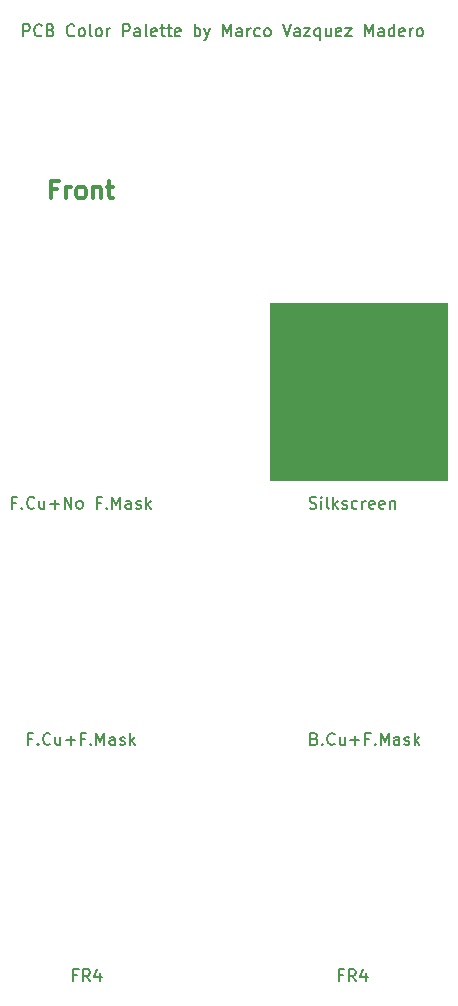
<source format=gbr>
%TF.GenerationSoftware,KiCad,Pcbnew,(5.1.9)-1*%
%TF.CreationDate,2021-08-08T09:56:34+02:00*%
%TF.ProjectId,PCB_Color_Palette,5043425f-436f-46c6-9f72-5f50616c6574,rev?*%
%TF.SameCoordinates,Original*%
%TF.FileFunction,Legend,Top*%
%TF.FilePolarity,Positive*%
%FSLAX46Y46*%
G04 Gerber Fmt 4.6, Leading zero omitted, Abs format (unit mm)*
G04 Created by KiCad (PCBNEW (5.1.9)-1) date 2021-08-08 09:56:34*
%MOMM*%
%LPD*%
G01*
G04 APERTURE LIST*
%ADD10C,0.300000*%
%ADD11C,0.150000*%
%ADD12C,0.100000*%
G04 APERTURE END LIST*
D10*
X112964285Y-72392857D02*
X112464285Y-72392857D01*
X112464285Y-73178571D02*
X112464285Y-71678571D01*
X113178571Y-71678571D01*
X113750000Y-73178571D02*
X113750000Y-72178571D01*
X113750000Y-72464285D02*
X113821428Y-72321428D01*
X113892857Y-72250000D01*
X114035714Y-72178571D01*
X114178571Y-72178571D01*
X114892857Y-73178571D02*
X114750000Y-73107142D01*
X114678571Y-73035714D01*
X114607142Y-72892857D01*
X114607142Y-72464285D01*
X114678571Y-72321428D01*
X114750000Y-72250000D01*
X114892857Y-72178571D01*
X115107142Y-72178571D01*
X115250000Y-72250000D01*
X115321428Y-72321428D01*
X115392857Y-72464285D01*
X115392857Y-72892857D01*
X115321428Y-73035714D01*
X115250000Y-73107142D01*
X115107142Y-73178571D01*
X114892857Y-73178571D01*
X116035714Y-72178571D02*
X116035714Y-73178571D01*
X116035714Y-72321428D02*
X116107142Y-72250000D01*
X116250000Y-72178571D01*
X116464285Y-72178571D01*
X116607142Y-72250000D01*
X116678571Y-72392857D01*
X116678571Y-73178571D01*
X117178571Y-72178571D02*
X117750000Y-72178571D01*
X117392857Y-71678571D02*
X117392857Y-72964285D01*
X117464285Y-73107142D01*
X117607142Y-73178571D01*
X117750000Y-73178571D01*
D11*
X114666666Y-138928571D02*
X114333333Y-138928571D01*
X114333333Y-139452380D02*
X114333333Y-138452380D01*
X114809523Y-138452380D01*
X115761904Y-139452380D02*
X115428571Y-138976190D01*
X115190476Y-139452380D02*
X115190476Y-138452380D01*
X115571428Y-138452380D01*
X115666666Y-138500000D01*
X115714285Y-138547619D01*
X115761904Y-138642857D01*
X115761904Y-138785714D01*
X115714285Y-138880952D01*
X115666666Y-138928571D01*
X115571428Y-138976190D01*
X115190476Y-138976190D01*
X116619047Y-138785714D02*
X116619047Y-139452380D01*
X116380952Y-138404761D02*
X116142857Y-139119047D01*
X116761904Y-139119047D01*
X110095238Y-59452380D02*
X110095238Y-58452380D01*
X110476190Y-58452380D01*
X110571428Y-58500000D01*
X110619047Y-58547619D01*
X110666666Y-58642857D01*
X110666666Y-58785714D01*
X110619047Y-58880952D01*
X110571428Y-58928571D01*
X110476190Y-58976190D01*
X110095238Y-58976190D01*
X111666666Y-59357142D02*
X111619047Y-59404761D01*
X111476190Y-59452380D01*
X111380952Y-59452380D01*
X111238095Y-59404761D01*
X111142857Y-59309523D01*
X111095238Y-59214285D01*
X111047619Y-59023809D01*
X111047619Y-58880952D01*
X111095238Y-58690476D01*
X111142857Y-58595238D01*
X111238095Y-58500000D01*
X111380952Y-58452380D01*
X111476190Y-58452380D01*
X111619047Y-58500000D01*
X111666666Y-58547619D01*
X112428571Y-58928571D02*
X112571428Y-58976190D01*
X112619047Y-59023809D01*
X112666666Y-59119047D01*
X112666666Y-59261904D01*
X112619047Y-59357142D01*
X112571428Y-59404761D01*
X112476190Y-59452380D01*
X112095238Y-59452380D01*
X112095238Y-58452380D01*
X112428571Y-58452380D01*
X112523809Y-58500000D01*
X112571428Y-58547619D01*
X112619047Y-58642857D01*
X112619047Y-58738095D01*
X112571428Y-58833333D01*
X112523809Y-58880952D01*
X112428571Y-58928571D01*
X112095238Y-58928571D01*
X114428571Y-59357142D02*
X114380952Y-59404761D01*
X114238095Y-59452380D01*
X114142857Y-59452380D01*
X114000000Y-59404761D01*
X113904761Y-59309523D01*
X113857142Y-59214285D01*
X113809523Y-59023809D01*
X113809523Y-58880952D01*
X113857142Y-58690476D01*
X113904761Y-58595238D01*
X114000000Y-58500000D01*
X114142857Y-58452380D01*
X114238095Y-58452380D01*
X114380952Y-58500000D01*
X114428571Y-58547619D01*
X115000000Y-59452380D02*
X114904761Y-59404761D01*
X114857142Y-59357142D01*
X114809523Y-59261904D01*
X114809523Y-58976190D01*
X114857142Y-58880952D01*
X114904761Y-58833333D01*
X115000000Y-58785714D01*
X115142857Y-58785714D01*
X115238095Y-58833333D01*
X115285714Y-58880952D01*
X115333333Y-58976190D01*
X115333333Y-59261904D01*
X115285714Y-59357142D01*
X115238095Y-59404761D01*
X115142857Y-59452380D01*
X115000000Y-59452380D01*
X115904761Y-59452380D02*
X115809523Y-59404761D01*
X115761904Y-59309523D01*
X115761904Y-58452380D01*
X116428571Y-59452380D02*
X116333333Y-59404761D01*
X116285714Y-59357142D01*
X116238095Y-59261904D01*
X116238095Y-58976190D01*
X116285714Y-58880952D01*
X116333333Y-58833333D01*
X116428571Y-58785714D01*
X116571428Y-58785714D01*
X116666666Y-58833333D01*
X116714285Y-58880952D01*
X116761904Y-58976190D01*
X116761904Y-59261904D01*
X116714285Y-59357142D01*
X116666666Y-59404761D01*
X116571428Y-59452380D01*
X116428571Y-59452380D01*
X117190476Y-59452380D02*
X117190476Y-58785714D01*
X117190476Y-58976190D02*
X117238095Y-58880952D01*
X117285714Y-58833333D01*
X117380952Y-58785714D01*
X117476190Y-58785714D01*
X118571428Y-59452380D02*
X118571428Y-58452380D01*
X118952380Y-58452380D01*
X119047619Y-58500000D01*
X119095238Y-58547619D01*
X119142857Y-58642857D01*
X119142857Y-58785714D01*
X119095238Y-58880952D01*
X119047619Y-58928571D01*
X118952380Y-58976190D01*
X118571428Y-58976190D01*
X120000000Y-59452380D02*
X120000000Y-58928571D01*
X119952380Y-58833333D01*
X119857142Y-58785714D01*
X119666666Y-58785714D01*
X119571428Y-58833333D01*
X120000000Y-59404761D02*
X119904761Y-59452380D01*
X119666666Y-59452380D01*
X119571428Y-59404761D01*
X119523809Y-59309523D01*
X119523809Y-59214285D01*
X119571428Y-59119047D01*
X119666666Y-59071428D01*
X119904761Y-59071428D01*
X120000000Y-59023809D01*
X120619047Y-59452380D02*
X120523809Y-59404761D01*
X120476190Y-59309523D01*
X120476190Y-58452380D01*
X121380952Y-59404761D02*
X121285714Y-59452380D01*
X121095238Y-59452380D01*
X121000000Y-59404761D01*
X120952380Y-59309523D01*
X120952380Y-58928571D01*
X121000000Y-58833333D01*
X121095238Y-58785714D01*
X121285714Y-58785714D01*
X121380952Y-58833333D01*
X121428571Y-58928571D01*
X121428571Y-59023809D01*
X120952380Y-59119047D01*
X121714285Y-58785714D02*
X122095238Y-58785714D01*
X121857142Y-58452380D02*
X121857142Y-59309523D01*
X121904761Y-59404761D01*
X122000000Y-59452380D01*
X122095238Y-59452380D01*
X122285714Y-58785714D02*
X122666666Y-58785714D01*
X122428571Y-58452380D02*
X122428571Y-59309523D01*
X122476190Y-59404761D01*
X122571428Y-59452380D01*
X122666666Y-59452380D01*
X123380952Y-59404761D02*
X123285714Y-59452380D01*
X123095238Y-59452380D01*
X123000000Y-59404761D01*
X122952380Y-59309523D01*
X122952380Y-58928571D01*
X123000000Y-58833333D01*
X123095238Y-58785714D01*
X123285714Y-58785714D01*
X123380952Y-58833333D01*
X123428571Y-58928571D01*
X123428571Y-59023809D01*
X122952380Y-59119047D01*
X124619047Y-59452380D02*
X124619047Y-58452380D01*
X124619047Y-58833333D02*
X124714285Y-58785714D01*
X124904761Y-58785714D01*
X124999999Y-58833333D01*
X125047619Y-58880952D01*
X125095238Y-58976190D01*
X125095238Y-59261904D01*
X125047619Y-59357142D01*
X124999999Y-59404761D01*
X124904761Y-59452380D01*
X124714285Y-59452380D01*
X124619047Y-59404761D01*
X125428571Y-58785714D02*
X125666666Y-59452380D01*
X125904761Y-58785714D02*
X125666666Y-59452380D01*
X125571428Y-59690476D01*
X125523809Y-59738095D01*
X125428571Y-59785714D01*
X127047619Y-59452380D02*
X127047619Y-58452380D01*
X127380952Y-59166666D01*
X127714285Y-58452380D01*
X127714285Y-59452380D01*
X128619047Y-59452380D02*
X128619047Y-58928571D01*
X128571428Y-58833333D01*
X128476190Y-58785714D01*
X128285714Y-58785714D01*
X128190476Y-58833333D01*
X128619047Y-59404761D02*
X128523809Y-59452380D01*
X128285714Y-59452380D01*
X128190476Y-59404761D01*
X128142857Y-59309523D01*
X128142857Y-59214285D01*
X128190476Y-59119047D01*
X128285714Y-59071428D01*
X128523809Y-59071428D01*
X128619047Y-59023809D01*
X129095238Y-59452380D02*
X129095238Y-58785714D01*
X129095238Y-58976190D02*
X129142857Y-58880952D01*
X129190476Y-58833333D01*
X129285714Y-58785714D01*
X129380952Y-58785714D01*
X130142857Y-59404761D02*
X130047619Y-59452380D01*
X129857142Y-59452380D01*
X129761904Y-59404761D01*
X129714285Y-59357142D01*
X129666666Y-59261904D01*
X129666666Y-58976190D01*
X129714285Y-58880952D01*
X129761904Y-58833333D01*
X129857142Y-58785714D01*
X130047619Y-58785714D01*
X130142857Y-58833333D01*
X130714285Y-59452380D02*
X130619047Y-59404761D01*
X130571428Y-59357142D01*
X130523809Y-59261904D01*
X130523809Y-58976190D01*
X130571428Y-58880952D01*
X130619047Y-58833333D01*
X130714285Y-58785714D01*
X130857142Y-58785714D01*
X130952380Y-58833333D01*
X130999999Y-58880952D01*
X131047619Y-58976190D01*
X131047619Y-59261904D01*
X130999999Y-59357142D01*
X130952380Y-59404761D01*
X130857142Y-59452380D01*
X130714285Y-59452380D01*
X132095238Y-58452380D02*
X132428571Y-59452380D01*
X132761904Y-58452380D01*
X133523809Y-59452380D02*
X133523809Y-58928571D01*
X133476190Y-58833333D01*
X133380952Y-58785714D01*
X133190476Y-58785714D01*
X133095238Y-58833333D01*
X133523809Y-59404761D02*
X133428571Y-59452380D01*
X133190476Y-59452380D01*
X133095238Y-59404761D01*
X133047619Y-59309523D01*
X133047619Y-59214285D01*
X133095238Y-59119047D01*
X133190476Y-59071428D01*
X133428571Y-59071428D01*
X133523809Y-59023809D01*
X133904761Y-58785714D02*
X134428571Y-58785714D01*
X133904761Y-59452380D01*
X134428571Y-59452380D01*
X135238095Y-58785714D02*
X135238095Y-59785714D01*
X135238095Y-59404761D02*
X135142857Y-59452380D01*
X134952380Y-59452380D01*
X134857142Y-59404761D01*
X134809523Y-59357142D01*
X134761904Y-59261904D01*
X134761904Y-58976190D01*
X134809523Y-58880952D01*
X134857142Y-58833333D01*
X134952380Y-58785714D01*
X135142857Y-58785714D01*
X135238095Y-58833333D01*
X136142857Y-58785714D02*
X136142857Y-59452380D01*
X135714285Y-58785714D02*
X135714285Y-59309523D01*
X135761904Y-59404761D01*
X135857142Y-59452380D01*
X135999999Y-59452380D01*
X136095238Y-59404761D01*
X136142857Y-59357142D01*
X136999999Y-59404761D02*
X136904761Y-59452380D01*
X136714285Y-59452380D01*
X136619047Y-59404761D01*
X136571428Y-59309523D01*
X136571428Y-58928571D01*
X136619047Y-58833333D01*
X136714285Y-58785714D01*
X136904761Y-58785714D01*
X136999999Y-58833333D01*
X137047619Y-58928571D01*
X137047619Y-59023809D01*
X136571428Y-59119047D01*
X137380952Y-58785714D02*
X137904761Y-58785714D01*
X137380952Y-59452380D01*
X137904761Y-59452380D01*
X139047619Y-59452380D02*
X139047619Y-58452380D01*
X139380952Y-59166666D01*
X139714285Y-58452380D01*
X139714285Y-59452380D01*
X140619047Y-59452380D02*
X140619047Y-58928571D01*
X140571428Y-58833333D01*
X140476190Y-58785714D01*
X140285714Y-58785714D01*
X140190476Y-58833333D01*
X140619047Y-59404761D02*
X140523809Y-59452380D01*
X140285714Y-59452380D01*
X140190476Y-59404761D01*
X140142857Y-59309523D01*
X140142857Y-59214285D01*
X140190476Y-59119047D01*
X140285714Y-59071428D01*
X140523809Y-59071428D01*
X140619047Y-59023809D01*
X141523809Y-59452380D02*
X141523809Y-58452380D01*
X141523809Y-59404761D02*
X141428571Y-59452380D01*
X141238095Y-59452380D01*
X141142857Y-59404761D01*
X141095238Y-59357142D01*
X141047619Y-59261904D01*
X141047619Y-58976190D01*
X141095238Y-58880952D01*
X141142857Y-58833333D01*
X141238095Y-58785714D01*
X141428571Y-58785714D01*
X141523809Y-58833333D01*
X142380952Y-59404761D02*
X142285714Y-59452380D01*
X142095238Y-59452380D01*
X141999999Y-59404761D01*
X141952380Y-59309523D01*
X141952380Y-58928571D01*
X141999999Y-58833333D01*
X142095238Y-58785714D01*
X142285714Y-58785714D01*
X142380952Y-58833333D01*
X142428571Y-58928571D01*
X142428571Y-59023809D01*
X141952380Y-59119047D01*
X142857142Y-59452380D02*
X142857142Y-58785714D01*
X142857142Y-58976190D02*
X142904761Y-58880952D01*
X142952380Y-58833333D01*
X143047619Y-58785714D01*
X143142857Y-58785714D01*
X143619047Y-59452380D02*
X143523809Y-59404761D01*
X143476190Y-59357142D01*
X143428571Y-59261904D01*
X143428571Y-58976190D01*
X143476190Y-58880952D01*
X143523809Y-58833333D01*
X143619047Y-58785714D01*
X143761904Y-58785714D01*
X143857142Y-58833333D01*
X143904761Y-58880952D01*
X143952380Y-58976190D01*
X143952380Y-59261904D01*
X143904761Y-59357142D01*
X143857142Y-59404761D01*
X143761904Y-59452380D01*
X143619047Y-59452380D01*
D12*
G36*
X146000000Y-97000000D02*
G01*
X131000000Y-97000000D01*
X131000000Y-82000000D01*
X146000000Y-82000000D01*
X146000000Y-97000000D01*
G37*
X146000000Y-97000000D02*
X131000000Y-97000000D01*
X131000000Y-82000000D01*
X146000000Y-82000000D01*
X146000000Y-97000000D01*
D11*
X110833333Y-118928571D02*
X110500000Y-118928571D01*
X110500000Y-119452380D02*
X110500000Y-118452380D01*
X110976190Y-118452380D01*
X111357142Y-119357142D02*
X111404761Y-119404761D01*
X111357142Y-119452380D01*
X111309523Y-119404761D01*
X111357142Y-119357142D01*
X111357142Y-119452380D01*
X112404761Y-119357142D02*
X112357142Y-119404761D01*
X112214285Y-119452380D01*
X112119047Y-119452380D01*
X111976190Y-119404761D01*
X111880952Y-119309523D01*
X111833333Y-119214285D01*
X111785714Y-119023809D01*
X111785714Y-118880952D01*
X111833333Y-118690476D01*
X111880952Y-118595238D01*
X111976190Y-118500000D01*
X112119047Y-118452380D01*
X112214285Y-118452380D01*
X112357142Y-118500000D01*
X112404761Y-118547619D01*
X113261904Y-118785714D02*
X113261904Y-119452380D01*
X112833333Y-118785714D02*
X112833333Y-119309523D01*
X112880952Y-119404761D01*
X112976190Y-119452380D01*
X113119047Y-119452380D01*
X113214285Y-119404761D01*
X113261904Y-119357142D01*
X113738095Y-119071428D02*
X114500000Y-119071428D01*
X114119047Y-119452380D02*
X114119047Y-118690476D01*
X115309523Y-118928571D02*
X114976190Y-118928571D01*
X114976190Y-119452380D02*
X114976190Y-118452380D01*
X115452380Y-118452380D01*
X115833333Y-119357142D02*
X115880952Y-119404761D01*
X115833333Y-119452380D01*
X115785714Y-119404761D01*
X115833333Y-119357142D01*
X115833333Y-119452380D01*
X116309523Y-119452380D02*
X116309523Y-118452380D01*
X116642857Y-119166666D01*
X116976190Y-118452380D01*
X116976190Y-119452380D01*
X117880952Y-119452380D02*
X117880952Y-118928571D01*
X117833333Y-118833333D01*
X117738095Y-118785714D01*
X117547619Y-118785714D01*
X117452380Y-118833333D01*
X117880952Y-119404761D02*
X117785714Y-119452380D01*
X117547619Y-119452380D01*
X117452380Y-119404761D01*
X117404761Y-119309523D01*
X117404761Y-119214285D01*
X117452380Y-119119047D01*
X117547619Y-119071428D01*
X117785714Y-119071428D01*
X117880952Y-119023809D01*
X118309523Y-119404761D02*
X118404761Y-119452380D01*
X118595238Y-119452380D01*
X118690476Y-119404761D01*
X118738095Y-119309523D01*
X118738095Y-119261904D01*
X118690476Y-119166666D01*
X118595238Y-119119047D01*
X118452380Y-119119047D01*
X118357142Y-119071428D01*
X118309523Y-118976190D01*
X118309523Y-118928571D01*
X118357142Y-118833333D01*
X118452380Y-118785714D01*
X118595238Y-118785714D01*
X118690476Y-118833333D01*
X119166666Y-119452380D02*
X119166666Y-118452380D01*
X119261904Y-119071428D02*
X119547619Y-119452380D01*
X119547619Y-118785714D02*
X119166666Y-119166666D01*
X134761904Y-118928571D02*
X134904761Y-118976190D01*
X134952380Y-119023809D01*
X135000000Y-119119047D01*
X135000000Y-119261904D01*
X134952380Y-119357142D01*
X134904761Y-119404761D01*
X134809523Y-119452380D01*
X134428571Y-119452380D01*
X134428571Y-118452380D01*
X134761904Y-118452380D01*
X134857142Y-118500000D01*
X134904761Y-118547619D01*
X134952380Y-118642857D01*
X134952380Y-118738095D01*
X134904761Y-118833333D01*
X134857142Y-118880952D01*
X134761904Y-118928571D01*
X134428571Y-118928571D01*
X135428571Y-119357142D02*
X135476190Y-119404761D01*
X135428571Y-119452380D01*
X135380952Y-119404761D01*
X135428571Y-119357142D01*
X135428571Y-119452380D01*
X136476190Y-119357142D02*
X136428571Y-119404761D01*
X136285714Y-119452380D01*
X136190476Y-119452380D01*
X136047619Y-119404761D01*
X135952380Y-119309523D01*
X135904761Y-119214285D01*
X135857142Y-119023809D01*
X135857142Y-118880952D01*
X135904761Y-118690476D01*
X135952380Y-118595238D01*
X136047619Y-118500000D01*
X136190476Y-118452380D01*
X136285714Y-118452380D01*
X136428571Y-118500000D01*
X136476190Y-118547619D01*
X137333333Y-118785714D02*
X137333333Y-119452380D01*
X136904761Y-118785714D02*
X136904761Y-119309523D01*
X136952380Y-119404761D01*
X137047619Y-119452380D01*
X137190476Y-119452380D01*
X137285714Y-119404761D01*
X137333333Y-119357142D01*
X137809523Y-119071428D02*
X138571428Y-119071428D01*
X138190476Y-119452380D02*
X138190476Y-118690476D01*
X139380952Y-118928571D02*
X139047619Y-118928571D01*
X139047619Y-119452380D02*
X139047619Y-118452380D01*
X139523809Y-118452380D01*
X139904761Y-119357142D02*
X139952380Y-119404761D01*
X139904761Y-119452380D01*
X139857142Y-119404761D01*
X139904761Y-119357142D01*
X139904761Y-119452380D01*
X140380952Y-119452380D02*
X140380952Y-118452380D01*
X140714285Y-119166666D01*
X141047619Y-118452380D01*
X141047619Y-119452380D01*
X141952380Y-119452380D02*
X141952380Y-118928571D01*
X141904761Y-118833333D01*
X141809523Y-118785714D01*
X141619047Y-118785714D01*
X141523809Y-118833333D01*
X141952380Y-119404761D02*
X141857142Y-119452380D01*
X141619047Y-119452380D01*
X141523809Y-119404761D01*
X141476190Y-119309523D01*
X141476190Y-119214285D01*
X141523809Y-119119047D01*
X141619047Y-119071428D01*
X141857142Y-119071428D01*
X141952380Y-119023809D01*
X142380952Y-119404761D02*
X142476190Y-119452380D01*
X142666666Y-119452380D01*
X142761904Y-119404761D01*
X142809523Y-119309523D01*
X142809523Y-119261904D01*
X142761904Y-119166666D01*
X142666666Y-119119047D01*
X142523809Y-119119047D01*
X142428571Y-119071428D01*
X142380952Y-118976190D01*
X142380952Y-118928571D01*
X142428571Y-118833333D01*
X142523809Y-118785714D01*
X142666666Y-118785714D01*
X142761904Y-118833333D01*
X143238095Y-119452380D02*
X143238095Y-118452380D01*
X143333333Y-119071428D02*
X143619047Y-119452380D01*
X143619047Y-118785714D02*
X143238095Y-119166666D01*
X137166666Y-138928571D02*
X136833333Y-138928571D01*
X136833333Y-139452380D02*
X136833333Y-138452380D01*
X137309523Y-138452380D01*
X138261904Y-139452380D02*
X137928571Y-138976190D01*
X137690476Y-139452380D02*
X137690476Y-138452380D01*
X138071428Y-138452380D01*
X138166666Y-138500000D01*
X138214285Y-138547619D01*
X138261904Y-138642857D01*
X138261904Y-138785714D01*
X138214285Y-138880952D01*
X138166666Y-138928571D01*
X138071428Y-138976190D01*
X137690476Y-138976190D01*
X139119047Y-138785714D02*
X139119047Y-139452380D01*
X138880952Y-138404761D02*
X138642857Y-139119047D01*
X139261904Y-139119047D01*
X109476190Y-98928571D02*
X109142857Y-98928571D01*
X109142857Y-99452380D02*
X109142857Y-98452380D01*
X109619047Y-98452380D01*
X110000000Y-99357142D02*
X110047619Y-99404761D01*
X110000000Y-99452380D01*
X109952380Y-99404761D01*
X110000000Y-99357142D01*
X110000000Y-99452380D01*
X111047619Y-99357142D02*
X111000000Y-99404761D01*
X110857142Y-99452380D01*
X110761904Y-99452380D01*
X110619047Y-99404761D01*
X110523809Y-99309523D01*
X110476190Y-99214285D01*
X110428571Y-99023809D01*
X110428571Y-98880952D01*
X110476190Y-98690476D01*
X110523809Y-98595238D01*
X110619047Y-98500000D01*
X110761904Y-98452380D01*
X110857142Y-98452380D01*
X111000000Y-98500000D01*
X111047619Y-98547619D01*
X111904761Y-98785714D02*
X111904761Y-99452380D01*
X111476190Y-98785714D02*
X111476190Y-99309523D01*
X111523809Y-99404761D01*
X111619047Y-99452380D01*
X111761904Y-99452380D01*
X111857142Y-99404761D01*
X111904761Y-99357142D01*
X112380952Y-99071428D02*
X113142857Y-99071428D01*
X112761904Y-99452380D02*
X112761904Y-98690476D01*
X113619047Y-99452380D02*
X113619047Y-98452380D01*
X114190476Y-99452380D01*
X114190476Y-98452380D01*
X114809523Y-99452380D02*
X114714285Y-99404761D01*
X114666666Y-99357142D01*
X114619047Y-99261904D01*
X114619047Y-98976190D01*
X114666666Y-98880952D01*
X114714285Y-98833333D01*
X114809523Y-98785714D01*
X114952380Y-98785714D01*
X115047619Y-98833333D01*
X115095238Y-98880952D01*
X115142857Y-98976190D01*
X115142857Y-99261904D01*
X115095238Y-99357142D01*
X115047619Y-99404761D01*
X114952380Y-99452380D01*
X114809523Y-99452380D01*
X116666666Y-98928571D02*
X116333333Y-98928571D01*
X116333333Y-99452380D02*
X116333333Y-98452380D01*
X116809523Y-98452380D01*
X117190476Y-99357142D02*
X117238095Y-99404761D01*
X117190476Y-99452380D01*
X117142857Y-99404761D01*
X117190476Y-99357142D01*
X117190476Y-99452380D01*
X117666666Y-99452380D02*
X117666666Y-98452380D01*
X118000000Y-99166666D01*
X118333333Y-98452380D01*
X118333333Y-99452380D01*
X119238095Y-99452380D02*
X119238095Y-98928571D01*
X119190476Y-98833333D01*
X119095238Y-98785714D01*
X118904761Y-98785714D01*
X118809523Y-98833333D01*
X119238095Y-99404761D02*
X119142857Y-99452380D01*
X118904761Y-99452380D01*
X118809523Y-99404761D01*
X118761904Y-99309523D01*
X118761904Y-99214285D01*
X118809523Y-99119047D01*
X118904761Y-99071428D01*
X119142857Y-99071428D01*
X119238095Y-99023809D01*
X119666666Y-99404761D02*
X119761904Y-99452380D01*
X119952380Y-99452380D01*
X120047619Y-99404761D01*
X120095238Y-99309523D01*
X120095238Y-99261904D01*
X120047619Y-99166666D01*
X119952380Y-99119047D01*
X119809523Y-99119047D01*
X119714285Y-99071428D01*
X119666666Y-98976190D01*
X119666666Y-98928571D01*
X119714285Y-98833333D01*
X119809523Y-98785714D01*
X119952380Y-98785714D01*
X120047619Y-98833333D01*
X120523809Y-99452380D02*
X120523809Y-98452380D01*
X120619047Y-99071428D02*
X120904761Y-99452380D01*
X120904761Y-98785714D02*
X120523809Y-99166666D01*
X134357142Y-99404761D02*
X134500000Y-99452380D01*
X134738095Y-99452380D01*
X134833333Y-99404761D01*
X134880952Y-99357142D01*
X134928571Y-99261904D01*
X134928571Y-99166666D01*
X134880952Y-99071428D01*
X134833333Y-99023809D01*
X134738095Y-98976190D01*
X134547619Y-98928571D01*
X134452380Y-98880952D01*
X134404761Y-98833333D01*
X134357142Y-98738095D01*
X134357142Y-98642857D01*
X134404761Y-98547619D01*
X134452380Y-98500000D01*
X134547619Y-98452380D01*
X134785714Y-98452380D01*
X134928571Y-98500000D01*
X135357142Y-99452380D02*
X135357142Y-98785714D01*
X135357142Y-98452380D02*
X135309523Y-98500000D01*
X135357142Y-98547619D01*
X135404761Y-98500000D01*
X135357142Y-98452380D01*
X135357142Y-98547619D01*
X135976190Y-99452380D02*
X135880952Y-99404761D01*
X135833333Y-99309523D01*
X135833333Y-98452380D01*
X136357142Y-99452380D02*
X136357142Y-98452380D01*
X136452380Y-99071428D02*
X136738095Y-99452380D01*
X136738095Y-98785714D02*
X136357142Y-99166666D01*
X137119047Y-99404761D02*
X137214285Y-99452380D01*
X137404761Y-99452380D01*
X137500000Y-99404761D01*
X137547619Y-99309523D01*
X137547619Y-99261904D01*
X137500000Y-99166666D01*
X137404761Y-99119047D01*
X137261904Y-99119047D01*
X137166666Y-99071428D01*
X137119047Y-98976190D01*
X137119047Y-98928571D01*
X137166666Y-98833333D01*
X137261904Y-98785714D01*
X137404761Y-98785714D01*
X137500000Y-98833333D01*
X138404761Y-99404761D02*
X138309523Y-99452380D01*
X138119047Y-99452380D01*
X138023809Y-99404761D01*
X137976190Y-99357142D01*
X137928571Y-99261904D01*
X137928571Y-98976190D01*
X137976190Y-98880952D01*
X138023809Y-98833333D01*
X138119047Y-98785714D01*
X138309523Y-98785714D01*
X138404761Y-98833333D01*
X138833333Y-99452380D02*
X138833333Y-98785714D01*
X138833333Y-98976190D02*
X138880952Y-98880952D01*
X138928571Y-98833333D01*
X139023809Y-98785714D01*
X139119047Y-98785714D01*
X139833333Y-99404761D02*
X139738095Y-99452380D01*
X139547619Y-99452380D01*
X139452380Y-99404761D01*
X139404761Y-99309523D01*
X139404761Y-98928571D01*
X139452380Y-98833333D01*
X139547619Y-98785714D01*
X139738095Y-98785714D01*
X139833333Y-98833333D01*
X139880952Y-98928571D01*
X139880952Y-99023809D01*
X139404761Y-99119047D01*
X140690476Y-99404761D02*
X140595238Y-99452380D01*
X140404761Y-99452380D01*
X140309523Y-99404761D01*
X140261904Y-99309523D01*
X140261904Y-98928571D01*
X140309523Y-98833333D01*
X140404761Y-98785714D01*
X140595238Y-98785714D01*
X140690476Y-98833333D01*
X140738095Y-98928571D01*
X140738095Y-99023809D01*
X140261904Y-99119047D01*
X141166666Y-98785714D02*
X141166666Y-99452380D01*
X141166666Y-98880952D02*
X141214285Y-98833333D01*
X141309523Y-98785714D01*
X141452380Y-98785714D01*
X141547619Y-98833333D01*
X141595238Y-98928571D01*
X141595238Y-99452380D01*
M02*

</source>
